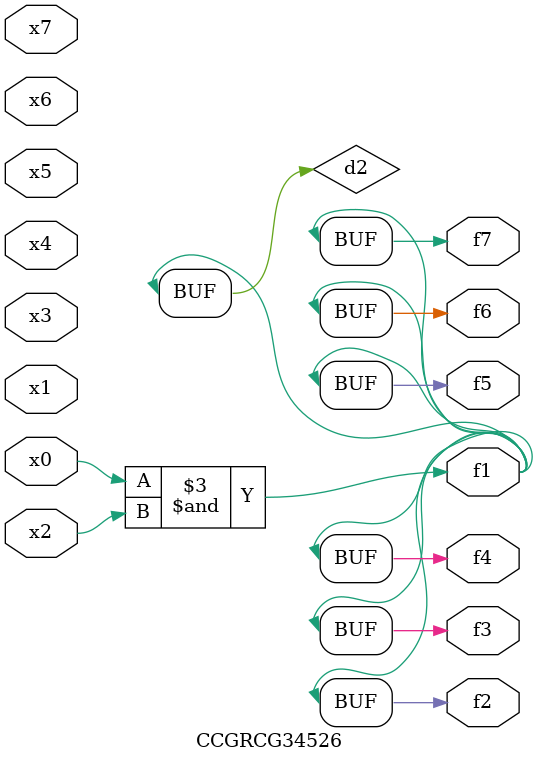
<source format=v>
module CCGRCG34526(
	input x0, x1, x2, x3, x4, x5, x6, x7,
	output f1, f2, f3, f4, f5, f6, f7
);

	wire d1, d2;

	nor (d1, x3, x6);
	and (d2, x0, x2);
	assign f1 = d2;
	assign f2 = d2;
	assign f3 = d2;
	assign f4 = d2;
	assign f5 = d2;
	assign f6 = d2;
	assign f7 = d2;
endmodule

</source>
